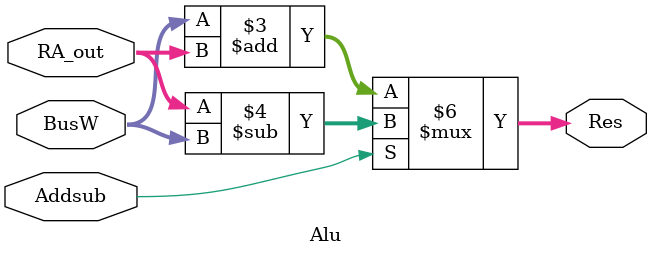
<source format=v>
module projetoProcessador(DIN, Resetn, Clock, Run, Done);
	input [15:0] DIN;
	input Resetn, Clock, Run;
	output Done;
	//. . . declare variables
	reg [15:0] IR;
	wire [2:0] III;
	wire IMM;
	wire [2:0]rX;
	wire [2:0]rY;
	reg rX_in,A_in; reg [2:0]Tstep_Q; reg [2:0]Tstep_D; reg[15:0]BusWires;
	 
	wire[15:0]r0,r7,r1,r2,r3,r4,r5,r6; //registradores de prop´sito geral
	reg Done,IR_in;reg[3:0]Select;
	wire [8:0]Imm;
	wire [15:0]G;
	reg [15:0]IR_wire;
	reg G_in,AddSub;
	wire[7:0] R_in;
	wire [15:0] RA_out,RG_out;
	wire [15:0] saidaALU;
	
	assign III = IR[15:13]; //opcode da instrução
	assign IMM = IR[12]; //bit que indica se é imediato ou não
	assign rX = IR[11:9]; // registrador x
	assign rY = IR[2:0]; //registrador y (existe quando IMM é igual a 0)
	
	
	dec3to8 decX (rX_in, rX, R_in);

	
	parameter T0 = 3'b000, T1 = 3'b001, T2 = 3'b010, T3 = 3'b011;
	
	initial begin
		 Tstep_Q = T0;
		 $display("Tstep_Q=%0b",Tstep_Q);
	end
	
	// Control FSM state table
	
	always @(Tstep_Q, Run, Done)//controla o funcionamento do processador
		case (Tstep_Q)
			T0: // data is loaded into IR in this time step
			begin
				if (~Run) Tstep_D = T0;
				else Tstep_D = T1;
			end
			T1: if(Done)Tstep_D=T0;
			else Tstep_D = T2;//. . .
			
			T2: if(Done)Tstep_D=T0;
			else Tstep_D = T3;//. . .
			
			T3:Tstep_D=T0;//. . .
			//. . .
		endcase
			
		//parametros que indicam o opcode da instrução
		parameter mv = 3'b000, mvt = 3'b001, add = 3'b010, sub = 3'b011;
		// selectors for the BusWires multiplexer
		parameter _R0 = 4'b0000, _R1 = 4'b0001, _R2 = 4'b0010,
			_R3 = 4'b0011, _R4 = 4'b0100,_R5 = 4'b0101,_R6 = 4'b110, _R7 = 4'b0111, _G = 4'b1000,
			_IR8_IR8_0 /* signed-extended immediate data */ = 4'b1001,
			_IR7_0_0 /* immediate data << 8 */ = 4'b1010;
	
		// control FSM outputs
		always @(*) begin
			
			rX_in = 1'b0; Done = 1'b0; //. . . // default values for variables
			AddSub = 1'b0;
			G_in = 1'b0;
			
			
			case (Tstep_Q) //controla o estado da instrução //
				T0: // store DIN into IR
					begin
					IR_in = 1'b1;
					IR = DIN;
					end
				T1: // define signals in time step T1
					case (III)
						mv: begin
							if (!IMM) begin
								case(rY)
								3'b000: Select = _R0;
								3'b001: Select = _R1;
								3'b010: Select = _R2;
								3'b011: Select = _R3;
								3'b100: Select = _R4;
								3'b101: Select = _R5;
								3'b110: Select = _R6;
								3'b111: Select = _R7;
							
								endcase
							end
							else Select = _IR8_IR8_0; // mv rX, #D
							
							rX_in = 1'b1; // enable rX
							Done = 1'b1;
						end
						mvt: // mvt rX, #D
							begin
							Select = _IR7_0_0;
							rX_in = 1'b1;
							Done = 1'b1;
							
							end
						add,sub: begin
						
							A_in = 1'b1;
							case(rX)
								3'b000: Select = _R0;
								3'b001: Select = _R1;
								3'b010: Select = _R2;
								3'b011: Select = _R3;
								3'b100: Select = _R4;
								3'b101: Select = _R5;
								3'b110: Select = _R6;
								3'b111: Select = _R7;
							
							endcase
						end
					endcase
				T2: // define signals in time step T2
					
					case(III) 
						add: begin
							A_in =1'b0;
							if (!IMM) begin // mv rX, rY
								case(rY)
								3'b000: Select = _R0;
								3'b001: Select = _R1;
								3'b010: Select = _R2;
								3'b011: Select = _R3;
								3'b100: Select = _R4;
								3'b101: Select = _R5;
								3'b110: Select = _R6;
								3'b111: Select = _R7;
							
								endcase
							end
							else Select = _IR8_IR8_0;
							
							G_in = 1'b1;
						end
						sub: begin
							if (!IMM) begin // mv rX, rY
								case(rY)
								3'b000: Select = _R0;
								3'b001: Select = _R1;
								3'b010: Select = _R2;
								3'b011: Select = _R3;
								3'b100: Select = _R4;
								3'b101: Select = _R5;
								3'b110: Select = _R6;
								3'b111: Select = _R7;
							
								endcase
							end
							else Select = _IR8_IR8_0;
							G_in = 1'b1;
							AddSub = 1'b1;
						end
						
					endcase
					
				T3: // define signals in time step T3
					
					case (III)
						add,sub: begin
							
							Select = _G;
							rX_in =1'b1;
							Done = 1'b1;
						
						end
						
						
					endcase
					
				default: ;
		endcase
	end
	
	// Control FSM flip-flops
	always @(posedge Clock, negedge Resetn)
		if (!Resetn) 
		begin
			Tstep_Q <= T0;
		end else begin
			Tstep_Q <= Tstep_D;
		end
		
		
			
			regn reg_0(BusWires,Resetn,R_in[7] ,Clock ,r0);
		
			regn reg_1(BusWires, Resetn, R_in[6], Clock, r1);
			
			regn reg_2(BusWires, Resetn, R_in[5], Clock, r2);
			
			regn reg_3(BusWires, Resetn, R_in[4], Clock, r3);
			
			regn reg_4(BusWires, Resetn, R_in[3], Clock, r4);
		
			regn reg_5(BusWires, Resetn, R_in[2], Clock, r5);
			
			regn reg_6(BusWires, Resetn, R_in[1], Clock, r6);
			
			regn reg_7(BusWires, Resetn, R_in[0], Clock, r7);
			
			regn A(BusWires,Resetn,A_in ,Clock ,RA_out);
			
			regn regG(saidaALU,Resetn,G_in,Clock,G);
			
			Alu alu(BusWires,RA_out,AddSub,saidaALU);
	
		
	//. . . instantiate other registers and the adder/subtracter unit
	// define the internal processor bus
		always @(*)
			case (Select)
				_R0: BusWires = r0;
				_R1: BusWires = r1;
				_R2: BusWires = r2;
				_R3: BusWires = r3;
				_R4: BusWires = r4;
				_R5: BusWires = r5;
				_R6: BusWires = r6;
				_R7: BusWires = r7;
				_G: BusWires = G;
				_IR8_IR8_0: BusWires = {{7{IR[8]}}, IR[8:0]};
				_IR7_0_0: BusWires = {IR[7:0], 8'b00000000};
				default: BusWires = 16'bxxxxxxxxxxxxxxxx;
			endcase
	endmodule
	
	module dec3to8(E, W, Y);
		input E; // enable
		input [2:0] W;
		output [0:7] Y;
		reg [0:7] Y;
		
		always @(*)
			if (E == 0)
				Y = 8'b00000000;
			else
				case (W)
					3'b000: Y = 8'b10000000;
					3'b001: Y = 8'b01000000;
					3'b010: Y = 8'b00100000;
					3'b011: Y = 8'b00010000;
					3'b100: Y = 8'b00001000;
					3'b101: Y = 8'b00000100;
					3'b110: Y = 8'b00000010;
					3'b111: Y = 8'b00000001;
				endcase
endmodule
	module regn(BusW,Reset,R_IN,clock,R_OUT);
	input [15:0]BusW;
	input Reset;
	input R_IN,clock;
	output reg[15:0] R_OUT;
	
	always @(posedge clock) // antigo: negedge reset
		if (R_IN) R_OUT <= BusW;
	
	endmodule 
	
	
	module Alu(BusW,RA_out,Addsub,Res);
	input [15:0] BusW;
	input [15:0] RA_out;
	input Addsub;
	output reg [15:0] Res;

	always@(*)
	if(!Addsub) begin 
		Res <= BusW + RA_out;
		end else begin
			Res <= RA_out - BusW;
		end
	
	endmodule


</source>
